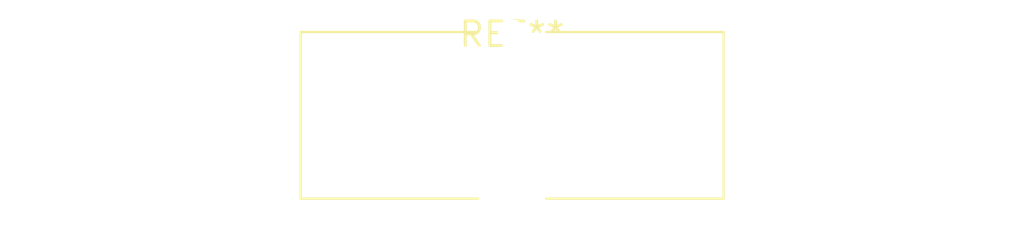
<source format=kicad_pcb>
(kicad_pcb (version 20240108) (generator pcbnew)
  (layers (0 "F.Cu" signal) (31 "B.Cu" signal) (34 "B.Paste" user) (35 "F.Paste" user) (36 "B.SilkS" user "B.Silkscreen") (37 "F.SilkS" user "F.Silkscreen") (38 "B.Mask" user) (39 "F.Mask" user) (44 "Edge.Cuts" user))
  (net 0 "")
  (footprint "L_Toroid_Vertical_L21.6mm_W8.4mm_P8.38mm_Pulse_G" (layer "F.Cu") (at 0 0)
    (property "Reference" "REF**")
    (property "Value" "L_Toroid_Vertical_L21.6mm_W8.4mm_P8.38mm_Pulse_G")
    (fp_line (start -10.915 -0.12) (end -10.915 8.5) (layer "F.SilkS") (stroke (width 0.12)))
    (fp_line (start -10.915 -0.12) (end -1.755 -0.12) (layer "F.SilkS") (stroke (width 0.12)))
    (fp_line (start -10.915 8.5) (end -1.755 8.5) (layer "F.SilkS") (stroke (width 0.12)))
    (fp_line (start 1.755 -0.12) (end 10.915 -0.12) (layer "F.SilkS") (stroke (width 0.12)))
    (fp_line (start 1.755 8.5) (end 10.915 8.5) (layer "F.SilkS") (stroke (width 0.12)))
    (fp_line (start 10.915 -0.12) (end 10.915 8.5) (layer "F.SilkS") (stroke (width 0.12)))
    (pad "1" thru_hole circle (at 0 0) (size 3 3) (drill 1.5) (layers *.Cu *.Mask) (remove_unused_layers))
    (pad "2" thru_hole circle (at 0 8.38) (size 3 3) (drill 1.5) (layers *.Cu *.Mask) (remove_unused_layers))
  )
)
</source>
